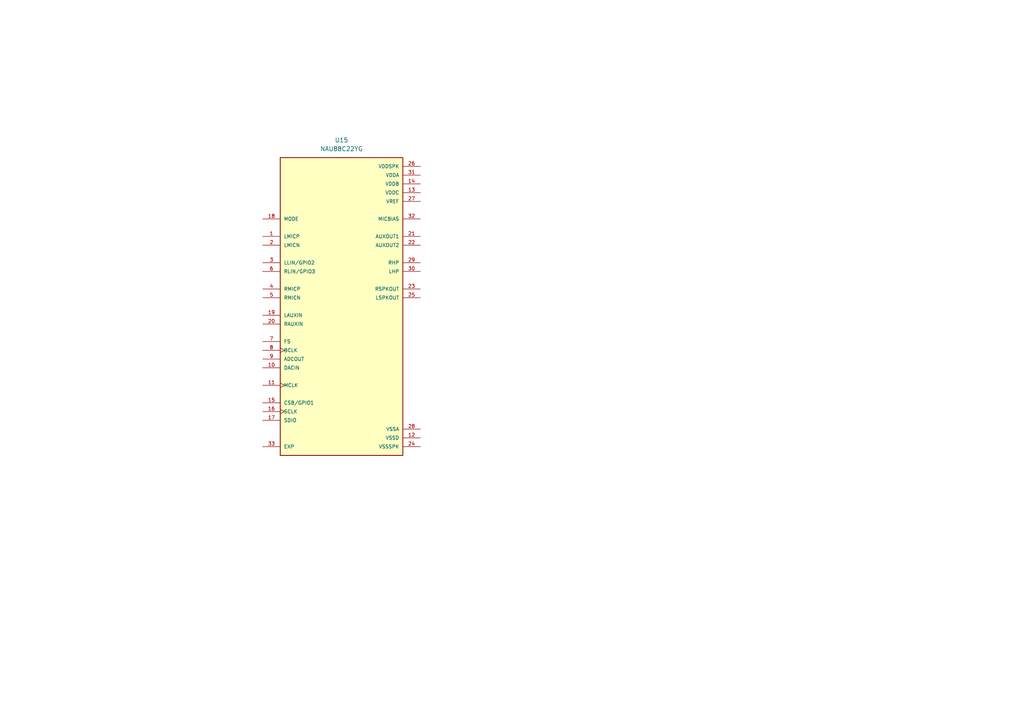
<source format=kicad_sch>
(kicad_sch
	(version 20231120)
	(generator "eeschema")
	(generator_version "8.0")
	(uuid "fa0cd768-b693-42d7-8c84-9b99070d98de")
	(paper "A4")
	(lib_symbols
		(symbol "modcaneuro:NAU88C22YG"
			(pin_names
				(offset 1.016)
			)
			(exclude_from_sim no)
			(in_bom yes)
			(on_board yes)
			(property "Reference" "U"
				(at -17.78 45.72 0)
				(effects
					(font
						(size 1.27 1.27)
					)
					(justify left top)
				)
			)
			(property "Value" "NAU88C22YG"
				(at -17.78 -45.72 0)
				(effects
					(font
						(size 1.27 1.27)
					)
					(justify left bottom)
				)
			)
			(property "Footprint" "customfootprints:nau88c22"
				(at 0 0 0)
				(effects
					(font
						(size 1.27 1.27)
					)
					(justify bottom)
					(hide yes)
				)
			)
			(property "Datasheet" ""
				(at 0 0 0)
				(effects
					(font
						(size 1.27 1.27)
					)
					(hide yes)
				)
			)
			(property "Description" ""
				(at 0 0 0)
				(effects
					(font
						(size 1.27 1.27)
					)
					(hide yes)
				)
			)
			(property "PARTREV" "3.3"
				(at 0 0 0)
				(effects
					(font
						(size 1.27 1.27)
					)
					(justify bottom)
					(hide yes)
				)
			)
			(property "STANDARD" "Manufacturer Recommendations"
				(at 0 0 0)
				(effects
					(font
						(size 1.27 1.27)
					)
					(justify bottom)
					(hide yes)
				)
			)
			(property "MAXIMUM_PACKAGE_HEIGHT" "0.80mm"
				(at 0 0 0)
				(effects
					(font
						(size 1.27 1.27)
					)
					(justify bottom)
					(hide yes)
				)
			)
			(property "MANUFACTURER" "Nuvoton"
				(at 0 0 0)
				(effects
					(font
						(size 1.27 1.27)
					)
					(justify bottom)
					(hide yes)
				)
			)
			(symbol "NAU88C22YG_0_0"
				(rectangle
					(start -17.78 -43.18)
					(end 17.78 43.18)
					(stroke
						(width 0.254)
						(type default)
					)
					(fill
						(type background)
					)
				)
				(pin input line
					(at -22.86 20.32 0)
					(length 5.08)
					(name "LMICP"
						(effects
							(font
								(size 1.016 1.016)
							)
						)
					)
					(number "1"
						(effects
							(font
								(size 1.016 1.016)
							)
						)
					)
				)
				(pin input line
					(at -22.86 -17.78 0)
					(length 5.08)
					(name "DACIN"
						(effects
							(font
								(size 1.016 1.016)
							)
						)
					)
					(number "10"
						(effects
							(font
								(size 1.016 1.016)
							)
						)
					)
				)
				(pin input clock
					(at -22.86 -22.86 0)
					(length 5.08)
					(name "MCLK"
						(effects
							(font
								(size 1.016 1.016)
							)
						)
					)
					(number "11"
						(effects
							(font
								(size 1.016 1.016)
							)
						)
					)
				)
				(pin power_in line
					(at 22.86 -38.1 180)
					(length 5.08)
					(name "VSSD"
						(effects
							(font
								(size 1.016 1.016)
							)
						)
					)
					(number "12"
						(effects
							(font
								(size 1.016 1.016)
							)
						)
					)
				)
				(pin power_in line
					(at 22.86 33.02 180)
					(length 5.08)
					(name "VDDC"
						(effects
							(font
								(size 1.016 1.016)
							)
						)
					)
					(number "13"
						(effects
							(font
								(size 1.016 1.016)
							)
						)
					)
				)
				(pin power_in line
					(at 22.86 35.56 180)
					(length 5.08)
					(name "VDDB"
						(effects
							(font
								(size 1.016 1.016)
							)
						)
					)
					(number "14"
						(effects
							(font
								(size 1.016 1.016)
							)
						)
					)
				)
				(pin bidirectional line
					(at -22.86 -27.94 0)
					(length 5.08)
					(name "CSB/GPIO1"
						(effects
							(font
								(size 1.016 1.016)
							)
						)
					)
					(number "15"
						(effects
							(font
								(size 1.016 1.016)
							)
						)
					)
				)
				(pin input clock
					(at -22.86 -30.48 0)
					(length 5.08)
					(name "SCLK"
						(effects
							(font
								(size 1.016 1.016)
							)
						)
					)
					(number "16"
						(effects
							(font
								(size 1.016 1.016)
							)
						)
					)
				)
				(pin bidirectional line
					(at -22.86 -33.02 0)
					(length 5.08)
					(name "SDIO"
						(effects
							(font
								(size 1.016 1.016)
							)
						)
					)
					(number "17"
						(effects
							(font
								(size 1.016 1.016)
							)
						)
					)
				)
				(pin input line
					(at -22.86 25.4 0)
					(length 5.08)
					(name "MODE"
						(effects
							(font
								(size 1.016 1.016)
							)
						)
					)
					(number "18"
						(effects
							(font
								(size 1.016 1.016)
							)
						)
					)
				)
				(pin input line
					(at -22.86 -2.54 0)
					(length 5.08)
					(name "LAUXIN"
						(effects
							(font
								(size 1.016 1.016)
							)
						)
					)
					(number "19"
						(effects
							(font
								(size 1.016 1.016)
							)
						)
					)
				)
				(pin input line
					(at -22.86 17.78 0)
					(length 5.08)
					(name "LMICN"
						(effects
							(font
								(size 1.016 1.016)
							)
						)
					)
					(number "2"
						(effects
							(font
								(size 1.016 1.016)
							)
						)
					)
				)
				(pin input line
					(at -22.86 -5.08 0)
					(length 5.08)
					(name "RAUXIN"
						(effects
							(font
								(size 1.016 1.016)
							)
						)
					)
					(number "20"
						(effects
							(font
								(size 1.016 1.016)
							)
						)
					)
				)
				(pin output line
					(at 22.86 20.32 180)
					(length 5.08)
					(name "AUXOUT1"
						(effects
							(font
								(size 1.016 1.016)
							)
						)
					)
					(number "21"
						(effects
							(font
								(size 1.016 1.016)
							)
						)
					)
				)
				(pin output line
					(at 22.86 17.78 180)
					(length 5.08)
					(name "AUXOUT2"
						(effects
							(font
								(size 1.016 1.016)
							)
						)
					)
					(number "22"
						(effects
							(font
								(size 1.016 1.016)
							)
						)
					)
				)
				(pin output line
					(at 22.86 5.08 180)
					(length 5.08)
					(name "RSPKOUT"
						(effects
							(font
								(size 1.016 1.016)
							)
						)
					)
					(number "23"
						(effects
							(font
								(size 1.016 1.016)
							)
						)
					)
				)
				(pin power_in line
					(at 22.86 -40.64 180)
					(length 5.08)
					(name "VSSSPK"
						(effects
							(font
								(size 1.016 1.016)
							)
						)
					)
					(number "24"
						(effects
							(font
								(size 1.016 1.016)
							)
						)
					)
				)
				(pin output line
					(at 22.86 2.54 180)
					(length 5.08)
					(name "LSPKOUT"
						(effects
							(font
								(size 1.016 1.016)
							)
						)
					)
					(number "25"
						(effects
							(font
								(size 1.016 1.016)
							)
						)
					)
				)
				(pin power_in line
					(at 22.86 40.64 180)
					(length 5.08)
					(name "VDDSPK"
						(effects
							(font
								(size 1.016 1.016)
							)
						)
					)
					(number "26"
						(effects
							(font
								(size 1.016 1.016)
							)
						)
					)
				)
				(pin power_in line
					(at 22.86 30.48 180)
					(length 5.08)
					(name "VREF"
						(effects
							(font
								(size 1.016 1.016)
							)
						)
					)
					(number "27"
						(effects
							(font
								(size 1.016 1.016)
							)
						)
					)
				)
				(pin power_in line
					(at 22.86 -35.56 180)
					(length 5.08)
					(name "VSSA"
						(effects
							(font
								(size 1.016 1.016)
							)
						)
					)
					(number "28"
						(effects
							(font
								(size 1.016 1.016)
							)
						)
					)
				)
				(pin output line
					(at 22.86 12.7 180)
					(length 5.08)
					(name "RHP"
						(effects
							(font
								(size 1.016 1.016)
							)
						)
					)
					(number "29"
						(effects
							(font
								(size 1.016 1.016)
							)
						)
					)
				)
				(pin bidirectional line
					(at -22.86 12.7 0)
					(length 5.08)
					(name "LLIN/GPIO2"
						(effects
							(font
								(size 1.016 1.016)
							)
						)
					)
					(number "3"
						(effects
							(font
								(size 1.016 1.016)
							)
						)
					)
				)
				(pin output line
					(at 22.86 10.16 180)
					(length 5.08)
					(name "LHP"
						(effects
							(font
								(size 1.016 1.016)
							)
						)
					)
					(number "30"
						(effects
							(font
								(size 1.016 1.016)
							)
						)
					)
				)
				(pin power_in line
					(at 22.86 38.1 180)
					(length 5.08)
					(name "VDDA"
						(effects
							(font
								(size 1.016 1.016)
							)
						)
					)
					(number "31"
						(effects
							(font
								(size 1.016 1.016)
							)
						)
					)
				)
				(pin output line
					(at 22.86 25.4 180)
					(length 5.08)
					(name "MICBIAS"
						(effects
							(font
								(size 1.016 1.016)
							)
						)
					)
					(number "32"
						(effects
							(font
								(size 1.016 1.016)
							)
						)
					)
				)
				(pin passive line
					(at -22.86 -40.64 0)
					(length 5.08)
					(name "EXP"
						(effects
							(font
								(size 1.016 1.016)
							)
						)
					)
					(number "33"
						(effects
							(font
								(size 1.016 1.016)
							)
						)
					)
				)
				(pin input line
					(at -22.86 5.08 0)
					(length 5.08)
					(name "RMICP"
						(effects
							(font
								(size 1.016 1.016)
							)
						)
					)
					(number "4"
						(effects
							(font
								(size 1.016 1.016)
							)
						)
					)
				)
				(pin input line
					(at -22.86 2.54 0)
					(length 5.08)
					(name "RMICN"
						(effects
							(font
								(size 1.016 1.016)
							)
						)
					)
					(number "5"
						(effects
							(font
								(size 1.016 1.016)
							)
						)
					)
				)
				(pin bidirectional line
					(at -22.86 10.16 0)
					(length 5.08)
					(name "RLIN/GPIO3"
						(effects
							(font
								(size 1.016 1.016)
							)
						)
					)
					(number "6"
						(effects
							(font
								(size 1.016 1.016)
							)
						)
					)
				)
				(pin bidirectional line
					(at -22.86 -10.16 0)
					(length 5.08)
					(name "FS"
						(effects
							(font
								(size 1.016 1.016)
							)
						)
					)
					(number "7"
						(effects
							(font
								(size 1.016 1.016)
							)
						)
					)
				)
				(pin bidirectional clock
					(at -22.86 -12.7 0)
					(length 5.08)
					(name "BCLK"
						(effects
							(font
								(size 1.016 1.016)
							)
						)
					)
					(number "8"
						(effects
							(font
								(size 1.016 1.016)
							)
						)
					)
				)
				(pin output line
					(at -22.86 -15.24 0)
					(length 5.08)
					(name "ADCOUT"
						(effects
							(font
								(size 1.016 1.016)
							)
						)
					)
					(number "9"
						(effects
							(font
								(size 1.016 1.016)
							)
						)
					)
				)
			)
		)
	)
	(symbol
		(lib_id "modcaneuro:NAU88C22YG")
		(at 99.06 88.9 0)
		(unit 1)
		(exclude_from_sim no)
		(in_bom yes)
		(on_board yes)
		(dnp no)
		(fields_autoplaced yes)
		(uuid "9ea12cf3-0d62-481e-9fb4-30af09d33e4f")
		(property "Reference" "U15"
			(at 99.06 40.64 0)
			(effects
				(font
					(size 1.27 1.27)
				)
			)
		)
		(property "Value" "NAU88C22YG"
			(at 99.06 43.18 0)
			(effects
				(font
					(size 1.27 1.27)
				)
			)
		)
		(property "Footprint" "customfootprints:nau88c22"
			(at 99.06 88.9 0)
			(effects
				(font
					(size 1.27 1.27)
				)
				(justify bottom)
				(hide yes)
			)
		)
		(property "Datasheet" ""
			(at 99.06 88.9 0)
			(effects
				(font
					(size 1.27 1.27)
				)
				(hide yes)
			)
		)
		(property "Description" ""
			(at 99.06 88.9 0)
			(effects
				(font
					(size 1.27 1.27)
				)
				(hide yes)
			)
		)
		(property "PARTREV" "3.3"
			(at 99.06 88.9 0)
			(effects
				(font
					(size 1.27 1.27)
				)
				(justify bottom)
				(hide yes)
			)
		)
		(property "STANDARD" "Manufacturer Recommendations"
			(at 99.06 88.9 0)
			(effects
				(font
					(size 1.27 1.27)
				)
				(justify bottom)
				(hide yes)
			)
		)
		(property "MAXIMUM_PACKAGE_HEIGHT" "0.80mm"
			(at 99.06 88.9 0)
			(effects
				(font
					(size 1.27 1.27)
				)
				(justify bottom)
				(hide yes)
			)
		)
		(property "MANUFACTURER" "Nuvoton"
			(at 99.06 88.9 0)
			(effects
				(font
					(size 1.27 1.27)
				)
				(justify bottom)
				(hide yes)
			)
		)
		(pin "13"
			(uuid "9a123aef-f2f0-4190-9f3a-c18187c664c6")
		)
		(pin "17"
			(uuid "7a8f1920-e58a-4959-8db0-fe68ac9799e0")
		)
		(pin "31"
			(uuid "96269857-2816-4e8b-ad83-809e00fdd06e")
		)
		(pin "33"
			(uuid "22d69e50-969e-49fc-bc9c-eee5b6238184")
		)
		(pin "12"
			(uuid "3643a76e-170b-4e86-b44f-0b5f6a2092fd")
		)
		(pin "26"
			(uuid "3c4f302d-6b53-41c5-8ec4-96b0192bb658")
		)
		(pin "20"
			(uuid "b492825a-48bd-4440-a9c5-733b8a072945")
		)
		(pin "28"
			(uuid "da00da6d-c2bd-4d53-9673-52a9889c71ab")
		)
		(pin "4"
			(uuid "70652f18-4c8e-4d54-bfc5-7ea21eae4fb6")
		)
		(pin "14"
			(uuid "fffc2320-2359-4665-ba7f-e1898eb44c5d")
		)
		(pin "11"
			(uuid "7f1c5902-c39c-42d0-b1dd-4006837bda0c")
		)
		(pin "16"
			(uuid "e76cf159-749c-4a40-83e9-828f47b51917")
		)
		(pin "23"
			(uuid "ffa4e286-d393-404d-a2ae-eac254617d07")
		)
		(pin "24"
			(uuid "61714d01-6728-489b-9e99-26a4bbcbea62")
		)
		(pin "1"
			(uuid "5078f76f-fb51-47c8-bf86-470b2229a30a")
		)
		(pin "29"
			(uuid "78d82eba-9f3a-4d56-a425-20b844fa5f1c")
		)
		(pin "27"
			(uuid "5af65200-46aa-42d4-a7eb-b49ef325645f")
		)
		(pin "25"
			(uuid "5926b6cd-c2e9-44fd-ad95-33b6f9811927")
		)
		(pin "19"
			(uuid "699636a7-a4d9-4c9d-88bf-6986a2c81b51")
		)
		(pin "21"
			(uuid "fb287c58-646a-4392-8682-97e84b53af90")
		)
		(pin "8"
			(uuid "1ffe0e67-ad9b-4764-9005-35e15ba83474")
		)
		(pin "7"
			(uuid "bfdcb2ce-9b08-4e95-b5d1-5211a256b9f3")
		)
		(pin "10"
			(uuid "7cc5151e-dd87-40bc-a937-bd14a9685dda")
		)
		(pin "15"
			(uuid "cbd43c99-f845-40b6-b123-5f505ef9b9fc")
		)
		(pin "5"
			(uuid "9f1d1b1f-e898-4f28-bac8-17f9739689c3")
		)
		(pin "6"
			(uuid "d594fe58-bf50-46be-bfe0-339cd89c63d9")
		)
		(pin "22"
			(uuid "4c54bf69-f073-4716-96d0-a8f379cb6983")
		)
		(pin "9"
			(uuid "47f36f2a-636d-4c2a-b732-d93d526d9f80")
		)
		(pin "2"
			(uuid "00d030a0-f1a9-442e-8cd9-963e892261b2")
		)
		(pin "3"
			(uuid "3c3c756c-7b80-4e0f-a7aa-1b87149c6a8c")
		)
		(pin "18"
			(uuid "2aa57d50-2185-48d0-a387-53bf54dbf37c")
		)
		(pin "30"
			(uuid "e02a8825-0d3d-49ae-a98f-fc61c1982581")
		)
		(pin "32"
			(uuid "b242e41f-42fc-43ab-9e57-c2ab7a510ba2")
		)
		(instances
			(project "esp32"
				(path "/c4754426-a41b-4341-9d09-2e389619f3d6/a94728e7-5369-4898-bc9c-adaf2aafacfb/ebe3e715-8d6d-4f52-afa6-659ed02add30"
					(reference "U15")
					(unit 1)
				)
			)
		)
	)
)

</source>
